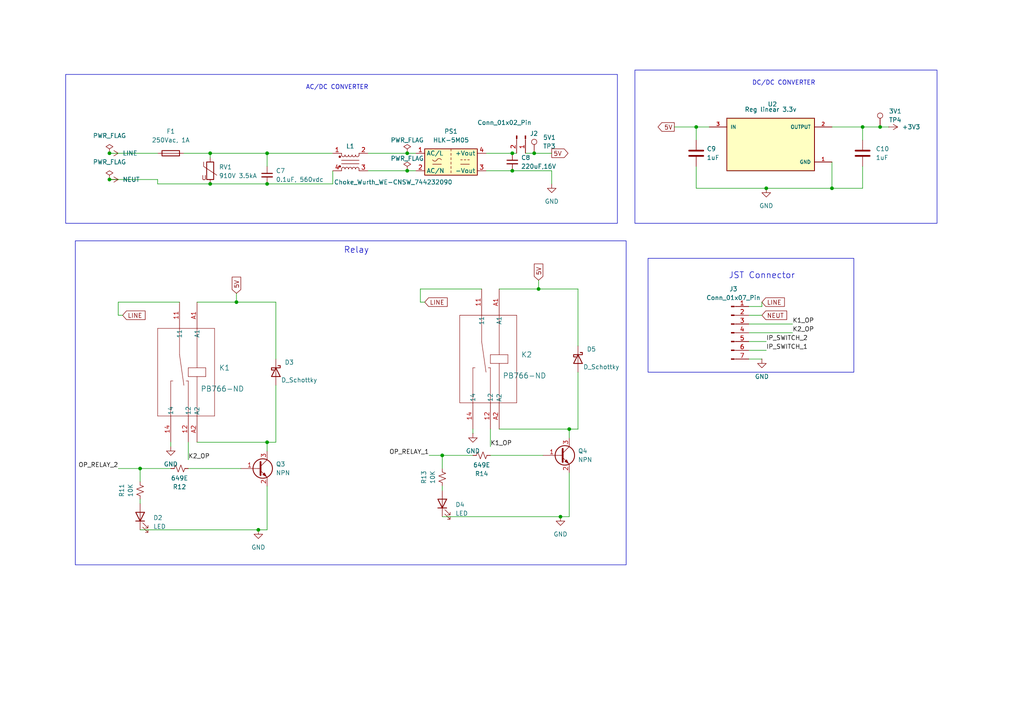
<source format=kicad_sch>
(kicad_sch (version 20231120) (generator "eeschema") (generator_version "8.0")
  (paper "A4")
  (lib_symbols
    (symbol "Connector:Conn_01x02_Pin" (pin_names (offset 1.016) hide)
      (property "Reference" "J" (at 0 2.54 0))
      (property "Value" "Conn_01x02_Pin" (at 0 -5.08 0))
      (symbol "Conn_01x02_Pin_1_1"
        (polyline (pts (xy 1.27 -2.54) (xy 0.8636 -2.54)) (stroke (width 0.1524)))
        (polyline (pts (xy 1.27 0) (xy 0.8636 0)) (stroke (width 0.1524)))
        (rectangle (start 0.8636 -2.413) (end 0 -2.667) (stroke (width 0.1524)) (fill (type outline)))
        (rectangle (start 0.8636 0.127) (end 0 -0.127) (stroke (width 0.1524)) (fill (type outline)))
        (pin passive line (at 5.08 0 180) (length 3.81) (name "Pin_1") (number "1"))
        (pin passive line (at 5.08 -2.54 180) (length 3.81) (name "Pin_2") (number "2"))
      )
    )
    (symbol "Connector:Conn_01x07_Pin" (pin_names (offset 1.016) hide)
      (property "Reference" "J" (at 0 10.16 0))
      (property "Value" "Conn_01x07_Pin" (at 0 -10.16 0))
      (symbol "Conn_01x07_Pin_1_1"
        (polyline (pts (xy 1.27 -7.62) (xy 0.8636 -7.62)) (stroke (width 0.1524)))
        (polyline (pts (xy 1.27 -5.08) (xy 0.8636 -5.08)) (stroke (width 0.1524)))
        (polyline (pts (xy 1.27 -2.54) (xy 0.8636 -2.54)) (stroke (width 0.1524)))
        (polyline (pts (xy 1.27 0) (xy 0.8636 0)) (stroke (width 0.1524)))
        (polyline (pts (xy 1.27 2.54) (xy 0.8636 2.54)) (stroke (width 0.1524)))
        (polyline (pts (xy 1.27 5.08) (xy 0.8636 5.08)) (stroke (width 0.1524)))
        (polyline (pts (xy 1.27 7.62) (xy 0.8636 7.62)) (stroke (width 0.1524)))
        (rectangle (start 0.8636 -7.493) (end 0 -7.747) (stroke (width 0.1524)) (fill (type outline)))
        (rectangle (start 0.8636 -4.953) (end 0 -5.207) (stroke (width 0.1524)) (fill (type outline)))
        (rectangle (start 0.8636 -2.413) (end 0 -2.667) (stroke (width 0.1524)) (fill (type outline)))
        (rectangle (start 0.8636 0.127) (end 0 -0.127) (stroke (width 0.1524)) (fill (type outline)))
        (rectangle (start 0.8636 2.667) (end 0 2.413) (stroke (width 0.1524)) (fill (type outline)))
        (rectangle (start 0.8636 5.207) (end 0 4.953) (stroke (width 0.1524)) (fill (type outline)))
        (rectangle (start 0.8636 7.747) (end 0 7.493) (stroke (width 0.1524)) (fill (type outline)))
        (pin passive line (at 5.08 7.62 180) (length 3.81) (name "Pin_1") (number "1"))
        (pin passive line (at 5.08 5.08 180) (length 3.81) (name "Pin_2") (number "2"))
        (pin passive line (at 5.08 2.54 180) (length 3.81) (name "Pin_3") (number "3"))
        (pin passive line (at 5.08 0 180) (length 3.81) (name "Pin_4") (number "4"))
        (pin passive line (at 5.08 -2.54 180) (length 3.81) (name "Pin_5") (number "5"))
        (pin passive line (at 5.08 -5.08 180) (length 3.81) (name "Pin_6") (number "6"))
        (pin passive line (at 5.08 -7.62 180) (length 3.81) (name "Pin_7") (number "7"))
      )
    )
    (symbol "Connector:TestPoint" (pin_numbers hide) (pin_names (offset 0.762) hide)
      (property "Reference" "TP" (at 0 6.858 0))
      (property "Value" "TestPoint" (at 0 5.08 0))
      (symbol "TestPoint_0_1"
        (circle (center 0 3.302) (radius 0.762))
      )
      (symbol "TestPoint_1_1"
        (pin passive line (at 0 0 90) (length 2.54) (name "1") (number "1"))
      )
    )
    (symbol "Converter_ACDC:HLK-5M05"
      (property "Reference" "PS" (at 0 5.08 0))
      (property "Value" "HLK-5M05" (at 0 -5.08 0))
      (symbol "HLK-5M05_0_1"
        (rectangle (start -7.62 3.81) (end 7.62 -3.81) (stroke (width 0.254)) (fill (type background)))
        (arc (start -5.334 0.635) (mid -4.699 0.2495) (end -4.064 0.635))
        (arc (start -2.794 0.635) (mid -3.429 1.0072) (end -4.064 0.635))
        (polyline (pts (xy -5.334 -0.635) (xy -2.794 -0.635)))
        (polyline (pts (xy 0 -2.54) (xy 0 -3.175)))
        (polyline (pts (xy 0 -1.27) (xy 0 -1.905)))
        (polyline (pts (xy 0 0) (xy 0 -0.635)))
        (polyline (pts (xy 0 1.27) (xy 0 0.635)))
        (polyline (pts (xy 0 2.54) (xy 0 1.905)))
        (polyline (pts (xy 0 3.81) (xy 0 3.175)))
        (polyline (pts (xy 2.794 -0.635) (xy 5.334 -0.635)))
        (polyline (pts (xy 2.794 0.635) (xy 3.302 0.635)))
        (polyline (pts (xy 3.81 0.635) (xy 4.318 0.635)))
        (polyline (pts (xy 4.826 0.635) (xy 5.334 0.635)))
      )
      (symbol "HLK-5M05_1_1"
        (pin power_in line (at -10.16 2.54 0) (length 2.54) (name "AC/L") (number "1"))
        (pin power_in line (at -10.16 -2.54 0) (length 2.54) (name "AC/N") (number "2"))
        (pin power_out line (at 10.16 -2.54 180) (length 2.54) (name "-Vout") (number "3"))
        (pin power_out line (at 10.16 2.54 180) (length 2.54) (name "+Vout") (number "4"))
      )
    )
    (symbol "Device:C" (pin_numbers hide) (pin_names (offset 0.254))
      (property "Reference" "C" (at 0.635 2.54 0))
      (property "Value" "C" (at 0.635 -2.54 0))
      (symbol "C_0_1"
        (polyline (pts (xy -2.032 -0.762) (xy 2.032 -0.762)) (stroke (width 0.508)))
        (polyline (pts (xy -2.032 0.762) (xy 2.032 0.762)) (stroke (width 0.508)))
      )
      (symbol "C_1_1"
        (pin passive line (at 0 3.81 270) (length 2.794) (name "~") (number "1"))
        (pin passive line (at 0 -3.81 90) (length 2.794) (name "~") (number "2"))
      )
    )
    (symbol "Device:C_Small" (pin_numbers hide) (pin_names (offset 0.254) hide)
      (property "Reference" "C" (at 0.254 1.778 0))
      (property "Value" "C_Small" (at 0.254 -2.032 0))
      (symbol "C_Small_0_1"
        (polyline (pts (xy -1.524 -0.508) (xy 1.524 -0.508)) (stroke (width 0.3302)))
        (polyline (pts (xy -1.524 0.508) (xy 1.524 0.508)) (stroke (width 0.3048)))
      )
      (symbol "C_Small_1_1"
        (pin passive line (at 0 2.54 270) (length 2.032) (name "~") (number "1"))
        (pin passive line (at 0 -2.54 90) (length 2.032) (name "~") (number "2"))
      )
    )
    (symbol "Device:D_Schottky" (pin_numbers hide) (pin_names (offset 1.016) hide)
      (property "Reference" "D" (at 0 2.54 0))
      (property "Value" "D_Schottky" (at 0 -2.54 0))
      (symbol "D_Schottky_0_1"
        (polyline (pts (xy 1.27 0) (xy -1.27 0)))
        (polyline (pts (xy 1.27 1.27) (xy 1.27 -1.27) (xy -1.27 0) (xy 1.27 1.27)) (stroke (width 0.254)))
        (polyline (pts (xy -1.905 0.635) (xy -1.905 1.27) (xy -1.27 1.27) (xy -1.27 -1.27) (xy -0.635 -1.27) (xy -0.635 -0.635)) (stroke (width 0.254)))
      )
      (symbol "D_Schottky_1_1"
        (pin passive line (at -3.81 0 0) (length 2.54) (name "K") (number "1"))
        (pin passive line (at 3.81 0 180) (length 2.54) (name "A") (number "2"))
      )
    )
    (symbol "Device:Fuse" (pin_numbers hide) (pin_names (offset 0))
      (property "Reference" "F" (at 2.032 0 90))
      (property "Value" "Fuse" (at -1.905 0 90))
      (symbol "Fuse_0_1"
        (rectangle (start -0.762 -2.54) (end 0.762 2.54) (stroke (width 0.254)))
        (polyline (pts (xy 0 2.54) (xy 0 -2.54)))
      )
      (symbol "Fuse_1_1"
        (pin passive line (at 0 3.81 270) (length 1.27) (name "~") (number "1"))
        (pin passive line (at 0 -3.81 90) (length 1.27) (name "~") (number "2"))
      )
    )
    (symbol "Device:LED" (pin_numbers hide) (pin_names (offset 1.016) hide)
      (property "Reference" "D" (at 0 2.54 0))
      (property "Value" "LED" (at 0 -2.54 0))
      (symbol "LED_0_1"
        (polyline (pts (xy -1.27 -1.27) (xy -1.27 1.27)) (stroke (width 0.254)))
        (polyline (pts (xy -1.27 0) (xy 1.27 0)))
        (polyline (pts (xy 1.27 -1.27) (xy 1.27 1.27) (xy -1.27 0) (xy 1.27 -1.27)) (stroke (width 0.254)))
        (polyline (pts (xy -3.048 -0.762) (xy -4.572 -2.286) (xy -3.81 -2.286) (xy -4.572 -2.286) (xy -4.572 -1.524)))
        (polyline (pts (xy -1.778 -0.762) (xy -3.302 -2.286) (xy -2.54 -2.286) (xy -3.302 -2.286) (xy -3.302 -1.524)))
      )
      (symbol "LED_1_1"
        (pin passive line (at -3.81 0 0) (length 2.54) (name "K") (number "1"))
        (pin passive line (at 3.81 0 180) (length 2.54) (name "A") (number "2"))
      )
    )
    (symbol "Device:R_Small_US" (pin_numbers hide) (pin_names (offset 0.254) hide)
      (property "Reference" "R" (at 0.762 0.508 0))
      (property "Value" "R_Small_US" (at 0.762 -1.016 0))
      (symbol "R_Small_US_1_1"
        (polyline (pts (xy 0 0) (xy 1.016 -0.381) (xy 0 -0.762) (xy -1.016 -1.143) (xy 0 -1.524)))
        (polyline (pts (xy 0 1.524) (xy 1.016 1.143) (xy 0 0.762) (xy -1.016 0.381) (xy 0 0)))
        (pin passive line (at 0 2.54 270) (length 1.016) (name "~") (number "1"))
        (pin passive line (at 0 -2.54 90) (length 1.016) (name "~") (number "2"))
      )
    )
    (symbol "Device:Varistor" (pin_numbers hide) (pin_names (offset 0))
      (property "Reference" "RV" (at 3.175 0 90))
      (property "Value" "Varistor" (at -3.175 0 90))
      (symbol "Varistor_0_0"
        (text "U" (at -1.778 -2.032 0) (effects (font (size 1.27 1.27))))
      )
      (symbol "Varistor_0_1"
        (rectangle (start -1.016 -2.54) (end 1.016 2.54) (stroke (width 0.254)))
        (polyline (pts (xy -1.905 2.54) (xy -1.905 1.27) (xy 1.905 -1.27)))
      )
      (symbol "Varistor_1_1"
        (pin passive line (at 0 3.81 270) (length 1.27) (name "~") (number "1"))
        (pin passive line (at 0 -3.81 90) (length 1.27) (name "~") (number "2"))
      )
    )
    (symbol "Filter:Choke_Wurth_WE-CNSW_744232090"
      (property "Reference" "L" (at 0 5.08 0))
      (property "Value" "Choke_Wurth_WE-CNSW_744232090" (at 0 -5.08 0))
      (symbol "Choke_Wurth_WE-CNSW_744232090_1_1"
        (circle (center -3.048 -1.27) (radius 0.254) (fill (type outline)))
        (circle (center -3.048 1.524) (radius 0.254) (fill (type outline)))
        (arc (start -2.54 2.032) (mid -2.032 1.5262) (end -1.524 2.032))
        (arc (start -1.524 -2.032) (mid -2.032 -1.5262) (end -2.54 -2.032))
        (arc (start -1.524 2.032) (mid -1.016 1.5262) (end -0.508 2.032))
        (arc (start -0.508 -2.032) (mid -1.016 -1.5262) (end -1.524 -2.032))
        (arc (start -0.508 2.032) (mid 0 1.5262) (end 0.508 2.032))
        (polyline (pts (xy -2.54 -2.032) (xy -2.54 -2.54)))
        (polyline (pts (xy -2.54 0.508) (xy 2.54 0.508)))
        (polyline (pts (xy -2.54 2.032) (xy -2.54 2.54)))
        (polyline (pts (xy 2.54 -2.032) (xy 2.54 -2.54)))
        (polyline (pts (xy 2.54 -0.508) (xy -2.54 -0.508)))
        (polyline (pts (xy 2.54 2.54) (xy 2.54 2.032)))
        (arc (start 0.508 -2.032) (mid 0 -1.5262) (end -0.508 -2.032))
        (arc (start 0.508 2.032) (mid 1.016 1.5262) (end 1.524 2.032))
        (arc (start 1.524 -2.032) (mid 1.016 -1.5262) (end 0.508 -2.032))
        (arc (start 1.524 2.032) (mid 2.032 1.5262) (end 2.54 2.032))
        (arc (start 2.54 -2.032) (mid 2.032 -1.5262) (end 1.524 -2.032))
        (pin passive line (at -5.08 2.54 0) (length 2.54) (name "") (number "1"))
        (pin passive line (at 5.08 2.54 180) (length 2.54) (name "") (number "2"))
        (pin passive line (at 5.08 -2.54 180) (length 2.54) (name "") (number "3"))
        (pin passive line (at -5.08 -2.54 0) (length 2.54) (name "") (number "4"))
      )
    )
    (symbol "PB766-ND:1415030-1" (pin_names (offset 0.254))
      (property "Reference" "K" (at 20.32 10.16 0))
      (property "Value" "1415030-1" (at 20.32 7.62 0))
      (symbol "1415030-1_0_1"
        (polyline (pts (xy 7.62 -11.43) (xy 33.02 -11.43)) (stroke (width 0.127)))
        (polyline (pts (xy 7.62 0) (xy 19.05 0)) (stroke (width 0.127)))
        (polyline (pts (xy 7.62 5.08) (xy 7.62 -11.43)) (stroke (width 0.127)))
        (polyline (pts (xy 15.24 -5.08) (xy 7.62 -5.08)) (stroke (width 0.127)))
        (polyline (pts (xy 19.05 -2.54) (xy 21.59 -2.54)) (stroke (width 0.127)))
        (polyline (pts (xy 19.05 2.54) (xy 19.05 -2.54)) (stroke (width 0.127)))
        (polyline (pts (xy 21.59 -2.54) (xy 21.59 2.54)) (stroke (width 0.127)))
        (polyline (pts (xy 21.59 0) (xy 33.02 0)) (stroke (width 0.127)))
        (polyline (pts (xy 21.59 2.54) (xy 19.05 2.54)) (stroke (width 0.127)))
        (polyline (pts (xy 22.86 -7.62) (xy 33.02 -7.62)) (stroke (width 0.127)))
        (polyline (pts (xy 22.86 -6.985) (xy 22.86 -7.62)) (stroke (width 0.127)))
        (polyline (pts (xy 22.86 -2.54) (xy 22.86 -3.175)) (stroke (width 0.127)))
        (polyline (pts (xy 24.13 -3.81) (xy 15.24 -5.08)) (stroke (width 0.127)))
        (polyline (pts (xy 33.02 -11.43) (xy 33.02 5.08)) (stroke (width 0.127)))
        (polyline (pts (xy 33.02 -2.54) (xy 22.86 -2.54)) (stroke (width 0.127)))
        (polyline (pts (xy 33.02 5.08) (xy 7.62 5.08)) (stroke (width 0.127)))
        (pin unspecified line (at 0 -5.08 0) (length 7.62) (name "11") (number "11"))
        (pin unspecified line (at 40.64 -2.54 180) (length 7.62) (name "12") (number "12"))
        (pin unspecified line (at 40.64 -7.62 180) (length 7.62) (name "14") (number "14"))
        (pin unspecified line (at 0 0 0) (length 7.62) (name "A1") (number "A1"))
        (pin unspecified line (at 40.64 0 180) (length 7.62) (name "A2") (number "A2"))
      )
    )
    (symbol "TLV1117LV33DCYR:TLV1117LV33DCYR" (pin_names (offset 1.016))
      (property "Reference" "U1" (at 0.508 11.684 0))
      (property "Value" "Reg linear 3.3v" (at 0 10.16 0))
      (symbol "TLV1117LV33DCYR_0_0"
        (rectangle (start -12.7 7.62) (end 12.7 -7.62) (stroke (width 0.254)) (fill (type background)))
        (pin power_in line (at 17.78 -5.08 180) (length 5.08) (name "GND") (number "1"))
        (pin input line (at -17.78 5.08 0) (length 5.08) (name "IN") (number "3"))
      )
      (symbol "TLV1117LV33DCYR_1_0"
        (pin power_in line (at 17.78 5.08 180) (length 5.08) (name "OUTPUT") (number "2"))
      )
    )
    (symbol "Transistor_BJT:MMBTA42" (pin_names (offset 0) hide)
      (property "Reference" "Q" (at 5.08 1.905 0))
      (property "Value" "MMBTA42" (at 5.08 0 0))
      (symbol "MMBTA42_0_1"
        (polyline (pts (xy 0 0) (xy 0.635 0)))
        (polyline (pts (xy 0.635 0.635) (xy 2.54 2.54)))
        (polyline (pts (xy 0.635 -0.635) (xy 2.54 -2.54) (xy 2.54 -2.54)))
        (polyline (pts (xy 0.635 1.905) (xy 0.635 -1.905) (xy 0.635 -1.905)) (stroke (width 0.508)))
        (polyline (pts (xy 1.27 -1.778) (xy 1.778 -1.27) (xy 2.286 -2.286) (xy 1.27 -1.778) (xy 1.27 -1.778)) (fill (type outline)))
        (circle (center 1.27 0) (radius 2.8194) (stroke (width 0.254)))
      )
      (symbol "MMBTA42_1_1"
        (pin input line (at -5.08 0 0) (length 5.08) (name "B") (number "1"))
        (pin passive line (at 2.54 -5.08 90) (length 2.54) (name "E") (number "2"))
        (pin passive line (at 2.54 5.08 270) (length 2.54) (name "C") (number "3"))
      )
    )
    (symbol "power:+3V3" (power) (pin_numbers hide) (pin_names (offset 0) hide)
      (property "Value" "+3V3" (at 0 3.556 0))
      (symbol "+3V3_0_1"
        (polyline (pts (xy -0.762 1.27) (xy 0 2.54)))
        (polyline (pts (xy 0 0) (xy 0 2.54)))
        (polyline (pts (xy 0 2.54) (xy 0.762 1.27)))
      )
      (symbol "+3V3_1_1"
        (pin power_in line (at 0 0 90) (length 0) (name "~") (number "1"))
      )
    )
    (symbol "power:GND" (power) (pin_numbers hide) (pin_names (offset 0) hide)
      (property "Value" "GND" (at 0 -3.81 0))
      (symbol "GND_0_1"
        (polyline (pts (xy 0 0) (xy 0 -1.27) (xy 1.27 -1.27) (xy 0 -2.54) (xy -1.27 -1.27) (xy 0 -1.27)))
      )
      (symbol "GND_1_1"
        (pin power_in line (at 0 0 270) (length 0) (name "~") (number "1"))
      )
    )
    (symbol "power:LINE" (power) (pin_numbers hide) (pin_names (offset 0) hide)
      (property "Value" "LINE" (at 0 3.556 0))
      (symbol "LINE_0_1"
        (polyline (pts (xy -0.762 1.27) (xy 0 2.54)))
        (polyline (pts (xy 0 0) (xy 0 2.54)))
        (polyline (pts (xy 0 2.54) (xy 0.762 1.27)))
      )
      (symbol "LINE_1_1"
        (pin power_in line (at 0 0 90) (length 0) (name "~") (number "1"))
      )
    )
    (symbol "power:NEUT" (power) (pin_numbers hide) (pin_names (offset 0) hide)
      (property "Value" "NEUT" (at 0 3.556 0))
      (symbol "NEUT_0_1"
        (polyline (pts (xy -0.762 1.27) (xy 0 2.54)))
        (polyline (pts (xy 0 0) (xy 0 2.54)))
        (polyline (pts (xy 0 2.54) (xy 0.762 1.27)))
      )
      (symbol "NEUT_1_1"
        (pin power_in line (at 0 0 90) (length 0) (name "~") (number "1"))
      )
    )
    (symbol "power:PWR_FLAG" (power) (pin_numbers hide) (pin_names (offset 0) hide)
      (property "Value" "PWR_FLAG" (at 0 3.81 0))
      (symbol "PWR_FLAG_0_0"
        (pin power_out line (at 0 0 90) (length 0) (name "~") (number "1"))
      )
      (symbol "PWR_FLAG_0_1"
        (polyline (pts (xy 0 0) (xy 0 1.27) (xy -1.016 1.905) (xy 0 2.54) (xy 1.016 1.905) (xy 0 1.27)))
      )
    )
  )
  (junction (at 241.3 54.61))
  (junction (at 222.25 54.61))
  (junction (at 118.11 44.45))
  (junction (at 201.93 36.83))
  (junction (at 77.47 128.27))
  (junction (at 40.64 135.89))
  (junction (at 68.58 87.63))
  (junction (at 74.93 153.67))
  (junction (at 162.56 149.86))
  (junction (at 77.47 44.45))
  (junction (at 31.75 52.07))
  (junction (at 255.27 36.83))
  (junction (at 148.59 49.53))
  (junction (at 154.94 44.45))
  (junction (at 31.75 44.45))
  (junction (at 148.59 44.45))
  (junction (at 165.1 124.46))
  (junction (at 156.21 83.82))
  (junction (at 118.11 49.53))
  (junction (at 250.19 36.83))
  (junction (at 60.96 44.45))
  (junction (at 60.96 53.34))
  (junction (at 77.47 53.34))
  (junction (at 128.27 132.08))
  (wire (pts (xy 34.29 91.44) (xy 35.56 91.44)))
  (wire (pts (xy 154.94 44.45) (xy 160.02 44.45)))
  (wire (pts (xy 60.96 53.34) (xy 77.47 53.34)))
  (wire (pts (xy 220.98 88.9) (xy 220.98 87.63)))
  (wire (pts (xy 255.27 36.83) (xy 257.81 36.83)))
  (wire (pts (xy 241.3 54.61) (xy 241.3 46.99)))
  (wire (pts (xy 128.27 132.08) (xy 128.27 135.89)))
  (wire (pts (xy 128.27 132.08) (xy 137.16 132.08)))
  (wire (pts (xy 217.17 104.14) (xy 220.98 104.14)))
  (wire (pts (xy 165.1 124.46) (xy 165.1 127)))
  (wire (pts (xy 160.02 49.53) (xy 160.02 53.34)))
  (wire (pts (xy 142.24 132.08) (xy 157.48 132.08)))
  (wire (pts (xy 201.93 48.26) (xy 201.93 54.61)))
  (wire (pts (xy 148.59 44.45) (xy 149.86 44.45)))
  (wire (pts (xy 250.19 48.26) (xy 250.19 54.61)))
  (wire (pts (xy 106.68 49.53) (xy 118.11 49.53)))
  (wire (pts (xy 60.96 44.45) (xy 77.47 44.45)))
  (wire (pts (xy 217.17 99.06) (xy 222.25 99.06)))
  (wire (pts (xy 250.19 36.83) (xy 250.19 40.64)))
  (wire (pts (xy 144.78 83.82) (xy 156.21 83.82)))
  (wire (pts (xy 128.27 149.86) (xy 162.56 149.86)))
  (wire (pts (xy 201.93 54.61) (xy 222.25 54.61)))
  (wire (pts (xy 217.17 96.52) (xy 229.87 96.52)))
  (wire (pts (xy 152.4 44.45) (xy 154.94 44.45)))
  (wire (pts (xy 34.29 87.63) (xy 52.07 87.63)))
  (wire (pts (xy 148.59 49.53) (xy 160.02 49.53)))
  (wire (pts (xy 77.47 128.27) (xy 77.47 130.81)))
  (wire (pts (xy 77.47 44.45) (xy 96.52 44.45)))
  (wire (pts (xy 217.17 93.98) (xy 229.87 93.98)))
  (wire (pts (xy 124.46 132.08) (xy 128.27 132.08)))
  (wire (pts (xy 53.34 44.45) (xy 60.96 44.45)))
  (wire (pts (xy 140.97 49.53) (xy 148.59 49.53)))
  (wire (pts (xy 45.72 52.07) (xy 45.72 53.34)))
  (wire (pts (xy 57.15 87.63) (xy 68.58 87.63)))
  (wire (pts (xy 31.75 52.07) (xy 45.72 52.07)))
  (wire (pts (xy 106.68 44.45) (xy 118.11 44.45)))
  (wire (pts (xy 57.15 128.27) (xy 77.47 128.27)))
  (wire (pts (xy 167.64 124.46) (xy 165.1 124.46)))
  (wire (pts (xy 80.01 111.76) (xy 80.01 128.27)))
  (wire (pts (xy 165.1 137.16) (xy 165.1 149.86)))
  (wire (pts (xy 40.64 144.78) (xy 40.64 146.05)))
  (wire (pts (xy 195.58 36.83) (xy 201.93 36.83)))
  (wire (pts (xy 118.11 44.45) (xy 120.65 44.45)))
  (wire (pts (xy 142.24 129.54) (xy 142.24 124.46)))
  (wire (pts (xy 77.47 140.97) (xy 77.47 153.67)))
  (wire (pts (xy 217.17 88.9) (xy 220.98 88.9)))
  (wire (pts (xy 167.64 83.82) (xy 167.64 100.33)))
  (wire (pts (xy 222.25 54.61) (xy 241.3 54.61)))
  (wire (pts (xy 144.78 124.46) (xy 165.1 124.46)))
  (wire (pts (xy 77.47 53.34) (xy 96.52 53.34)))
  (wire (pts (xy 121.92 87.63) (xy 123.19 87.63)))
  (wire (pts (xy 80.01 128.27) (xy 77.47 128.27)))
  (wire (pts (xy 121.92 87.63) (xy 121.92 83.82)))
  (wire (pts (xy 137.16 125.73) (xy 137.16 124.46)))
  (wire (pts (xy 128.27 140.97) (xy 128.27 142.24)))
  (wire (pts (xy 40.64 135.89) (xy 49.53 135.89)))
  (wire (pts (xy 45.72 53.34) (xy 60.96 53.34)))
  (wire (pts (xy 34.29 91.44) (xy 34.29 87.63)))
  (wire (pts (xy 250.19 54.61) (xy 241.3 54.61)))
  (wire (pts (xy 40.64 135.89) (xy 40.64 139.7)))
  (wire (pts (xy 40.64 153.67) (xy 74.93 153.67)))
  (wire (pts (xy 241.3 36.83) (xy 250.19 36.83)))
  (wire (pts (xy 96.52 53.34) (xy 96.52 49.53)))
  (wire (pts (xy 68.58 85.09) (xy 68.58 87.63)))
  (wire (pts (xy 217.17 101.6) (xy 222.25 101.6)))
  (wire (pts (xy 165.1 149.86) (xy 162.56 149.86)))
  (wire (pts (xy 118.11 49.53) (xy 120.65 49.53)))
  (wire (pts (xy 217.17 91.44) (xy 220.98 91.44)))
  (wire (pts (xy 77.47 153.67) (xy 74.93 153.67)))
  (wire (pts (xy 121.92 83.82) (xy 139.7 83.82)))
  (wire (pts (xy 201.93 36.83) (xy 205.74 36.83)))
  (wire (pts (xy 167.64 107.95) (xy 167.64 124.46)))
  (wire (pts (xy 156.21 83.82) (xy 167.64 83.82)))
  (wire (pts (xy 80.01 87.63) (xy 80.01 104.14)))
  (wire (pts (xy 31.75 44.45) (xy 45.72 44.45)))
  (wire (pts (xy 49.53 129.54) (xy 49.53 128.27)))
  (wire (pts (xy 68.58 87.63) (xy 80.01 87.63)))
  (wire (pts (xy 34.29 135.89) (xy 40.64 135.89)))
  (wire (pts (xy 54.61 128.27) (xy 54.61 133.35)))
  (wire (pts (xy 201.93 36.83) (xy 201.93 40.64)))
  (wire (pts (xy 156.21 81.28) (xy 156.21 83.82)))
  (wire (pts (xy 77.47 44.45) (xy 77.47 48.26)))
  (wire (pts (xy 250.19 36.83) (xy 255.27 36.83)))
  (wire (pts (xy 140.97 44.45) (xy 148.59 44.45)))
  (wire (pts (xy 60.96 44.45) (xy 60.96 45.72)))
  (wire (pts (xy 54.61 135.89) (xy 69.85 135.89)))
  (rectangle (start 184.15 20.32) (end 271.78 64.77))
  (rectangle (start 187.96 74.93) (end 247.65 107.95))
  (rectangle (start 21.844 69.85) (end 181.61 163.83))
  (rectangle (start 19.05 21.59) (end 179.07 64.77))
  (text "AC/DC CONVERTER" (at 97.79 25.4 0) (effects (font (size 1.27 1.27))))
  (text "Relay" (at 103.378 72.644 0) (effects (font (size 1.778 1.778))))
  (text "JST Connector" (at 220.98 80.01 0) (effects (font (size 1.778 1.778))))
  (text "DC/DC CONVERTER" (at 227.33 24.13 0) (effects (font (size 1.27 1.27))))
  (label "K1_OP" (at 229.87 93.98 0))
  (label "OP_RELAY_1" (at 124.46 132.08 180))
  (label "K1_OP" (at 142.24 129.54 0))
  (label "K2_OP" (at 54.61 133.35 0))
  (label "K2_OP" (at 229.87 96.52 0))
  (label "IP_SWITCH_1" (at 222.25 101.6 0))
  (label "OP_RELAY_2" (at 34.29 135.89 180))
  (label "IP_SWITCH_2" (at 222.25 99.06 0))
  (global_label "NEUT" (shape input) (at 220.98 91.44 0) (property "Intersheetrefs" "${INTERSHEET_REFS}" (effects (hide yes))))
  (global_label "5V" (shape output) (at 195.58 36.83 180) (property "Intersheetrefs" "${INTERSHEET_REFS}" (effects (hide yes))))
  (global_label "5V" (shape input) (at 68.58 85.09 90) (property "Intersheetrefs" "${INTERSHEET_REFS}" (effects (hide yes))))
  (global_label "LINE" (shape input) (at 220.98 87.63 0) (property "Intersheetrefs" "${INTERSHEET_REFS}" (effects (hide yes))))
  (global_label "LINE" (shape input) (at 35.56 91.44 0) (property "Intersheetrefs" "${INTERSHEET_REFS}" (effects (hide yes))))
  (global_label "LINE" (shape input) (at 123.19 87.63 0) (property "Intersheetrefs" "${INTERSHEET_REFS}" (effects (hide yes))))
  (global_label "5V" (shape input) (at 156.21 81.28 90) (property "Intersheetrefs" "${INTERSHEET_REFS}" (effects (hide yes))))
  (global_label "5V" (shape output) (at 160.02 44.45 0) (property "Intersheetrefs" "${INTERSHEET_REFS}" (effects (hide yes))))
  (symbol (lib_id "power:GND") (at 160.02 53.34 0) (unit 1)
    (property "Reference" "#PWR019" (effects (hide yes)))
    (property "Value" "GND" (at 160.02 58.42 0))
    (property "Description" "Power symbol creates a global label with name \"GND\" , ground" (effects (hide yes)))
  )
  (symbol (lib_id "Filter:Choke_Wurth_WE-CNSW_744232090") (at 101.6 46.99 0) (unit 1)
    (property "Reference" "L1" (at 101.6 42.418 0))
    (property "Value" "Choke_Wurth_WE-CNSW_744232090" (at 114.046 52.832 0))
    (property "Footprint" "footprient:CHOKE_RC212_SCN" (effects (hide yes)))
    (property "Datasheet" "https://www.we-online.com/components/products/datasheet/744232090.pdf" (effects (hide yes)))
    (property "Description" "Common mode choke, 370 mA, 125VDC, USB2.0, 111 nH" (effects (hide yes)))
  )
  (symbol (lib_id "Device:C") (at 201.93 44.45 0) (unit 1)
    (property "Reference" "C9" (at 204.978 43.1799 0) (effects (justify left)))
    (property "Value" "1uF" (at 204.978 45.7199 0) (effects (justify left)))
    (property "Footprint" "Capacitor_SMD:C_0603_1608Metric" (effects (hide yes)))
    (property "Description" "Unpolarized capacitor" (effects (hide yes)))
  )
  (symbol (lib_id "Device:Fuse") (at 49.53 44.45 90) (unit 1)
    (property "Reference" "F1" (at 49.53 38.1 90))
    (property "Value" "250Vac, 1A" (at 49.53 40.64 90))
    (property "Footprint" "Fuse:Fuse_Littelfuse_395Series" (effects (hide yes)))
    (property "Description" "Fuse" (effects (hide yes)))
  )
  (symbol (lib_id "Connector:TestPoint") (at 255.27 36.83 0) (unit 1)
    (property "Reference" "3V1" (at 257.81 32.2579 0) (effects (justify left)))
    (property "Value" "TP4" (at 257.81 34.7979 0) (effects (justify left)))
    (property "Footprint" "TestPoint:TestPoint_Pad_1.0x1.0mm" (effects (hide yes)))
    (property "Description" "test point" (effects (hide yes)))
  )
  (symbol (lib_id "power:GND") (at 222.25 54.61 0) (unit 1)
    (property "Reference" "#PWR022" (effects (hide yes)))
    (property "Value" "GND" (at 222.25 59.69 0))
    (property "Description" "Power symbol creates a global label with name \"GND\" , ground" (effects (hide yes)))
  )
  (symbol (lib_id "Device:LED") (at 128.27 146.05 90) (unit 1)
    (property "Reference" "D4" (at 132.08 146.3674 90) (effects (justify right)))
    (property "Value" "LED" (at 132.08 148.9074 90) (effects (justify right)))
    (property "Footprint" "LED_SMD:LED_0603_1608Metric" (effects (hide yes)))
    (property "Description" "Light emitting diode" (effects (hide yes)))
  )
  (symbol (lib_id "Transistor_BJT:MMBTA42") (at 74.93 135.89 0) (unit 1)
    (property "Reference" "Q3" (at 80.01 134.6199 0) (effects (justify left)))
    (property "Value" "NPN" (at 80.01 137.1599 0) (effects (justify left)))
    (property "Footprint" "Package_TO_SOT_SMD:SOT-23" (effects (hide yes)))
    (property "Datasheet" "https://www.onsemi.com/pub/Collateral/MMBTA42LT1-D.PDF" (effects (hide yes)))
    (property "Description" "0.5A Ic, 300V Vce, NPN High Voltage Transistor, SOT-23" (effects (hide yes)))
  )
  (symbol (lib_id "Device:R_Small_US") (at 128.27 138.43 180) (unit 1)
    (property "Reference" "R13" (at 122.936 138.43 90))
    (property "Value" "10K" (at 125.476 138.43 90))
    (property "Footprint" "footprient:RESC1608X55N" (effects (hide yes)))
    (property "Description" "Resistor, small US symbol" (effects (hide yes)))
  )
  (symbol (lib_id "Device:C_Small") (at 77.47 50.8 0) (unit 1)
    (property "Reference" "C7" (at 80.01 49.5362 0) (effects (justify left)))
    (property "Value" "0.1uF, 560vdc" (at 80.01 52.0762 0) (effects (justify left)))
    (property "Footprint" "footprient:CAP_R46KI310040H1M_KEM" (effects (hide yes)))
    (property "Description" "Unpolarized capacitor, small symbol" (effects (hide yes)))
  )
  (symbol (lib_id "power:PWR_FLAG") (at 118.11 44.45 0) (unit 1)
    (property "Reference" "#FLG03" (effects (hide yes)))
    (property "Value" "PWR_FLAG" (at 118.11 40.64 0))
    (property "Description" "Special symbol for telling ERC where power comes from" (effects (hide yes)))
  )
  (symbol (lib_id "Converter_ACDC:HLK-5M05") (at 130.81 46.99 0) (unit 1)
    (property "Reference" "PS1" (at 130.81 38.1 0))
    (property "Value" "HLK-5M05" (at 130.81 40.64 0))
    (property "Footprint" "Converter_ACDC:Converter_ACDC_Hi-Link_HLK-5Mxx" (effects (hide yes)))
    (property "Datasheet" "http://h.hlktech.com/download/ACDC%E7%94%B5%E6%BA%90%E6%A8%A1%E5%9D%975W%E7%B3%BB%E5%88%97/1/%E6%B5%B7%E5%87%8C%E7%A7%915W%E7%B3%BB%E5%88%97%E7%94%B5%E6%BA%90%E6%A8%A1%E5%9D%97%E8%A7%84%E6%A0%BC%E4%B9%A6V2.8.pdf" (effects (hide yes)))
    (property "Description" "Compact AC/DC board mount power module 5W, 5V 1A" (effects (hide yes)))
  )
  (symbol (lib_id "power:NEUT") (at 31.75 52.07 270) (unit 1)
    (property "Reference" "#PWR015" (effects (hide yes)))
    (property "Value" "NEUT" (at 35.56 52.0699 90) (effects (justify left)))
    (property "Description" "Power symbol creates a global label with name \"NEUT\"" (effects (hide yes)))
  )
  (symbol (lib_id "Device:LED") (at 40.64 149.86 90) (unit 1)
    (property "Reference" "D2" (at 44.45 150.1774 90) (effects (justify right)))
    (property "Value" "LED" (at 44.45 152.7174 90) (effects (justify right)))
    (property "Footprint" "LED_SMD:LED_0603_1608Metric" (effects (hide yes)))
    (property "Description" "Light emitting diode" (effects (hide yes)))
  )
  (symbol (lib_id "power:PWR_FLAG") (at 31.75 44.45 0) (unit 1)
    (property "Reference" "#FLG01" (effects (hide yes)))
    (property "Value" "PWR_FLAG" (at 31.75 39.37 0))
    (property "Description" "Special symbol for telling ERC where power comes from" (effects (hide yes)))
  )
  (symbol (lib_id "Transistor_BJT:MMBTA42") (at 162.56 132.08 0) (unit 1)
    (property "Reference" "Q4" (at 167.64 130.8099 0) (effects (justify left)))
    (property "Value" "NPN" (at 167.64 133.3499 0) (effects (justify left)))
    (property "Footprint" "Package_TO_SOT_SMD:SOT-23" (effects (hide yes)))
    (property "Datasheet" "https://www.onsemi.com/pub/Collateral/MMBTA42LT1-D.PDF" (effects (hide yes)))
    (property "Description" "0.5A Ic, 300V Vce, NPN High Voltage Transistor, SOT-23" (effects (hide yes)))
  )
  (symbol (lib_id "Connector:TestPoint") (at 154.94 44.45 0) (unit 1)
    (property "Reference" "5V1" (at 157.48 39.8779 0) (effects (justify left)))
    (property "Value" "TP3" (at 157.48 42.4179 0) (effects (justify left)))
    (property "Footprint" "TestPoint:TestPoint_Pad_1.0x1.0mm" (effects (hide yes)))
    (property "Description" "test point" (effects (hide yes)))
  )
  (symbol (lib_id "Device:Varistor") (at 60.96 49.53 0) (unit 1)
    (property "Reference" "RV1" (at 63.5 48.4532 0) (effects (justify left)))
    (property "Value" "910V 3.5kA" (at 63.5 50.9932 0) (effects (justify left)))
    (property "Footprint" "footprient:varistor" (effects (hide yes)))
    (property "Description" "Voltage dependent resistor" (effects (hide yes)))
    (property "Sim.Name" "kicad_builtin_varistor" (effects (hide yes)))
    (property "Sim.Device" "SUBCKT" (effects (hide yes)))
    (property "Sim.Pins" "1=A 2=B" (effects (hide yes)))
    (property "Sim.Params" "threshold=1k" (effects (hide yes)))
    (property "Sim.Library" "${KICAD7_SYMBOL_DIR}/Simulation_SPICE.sp" (effects (hide yes)))
  )
  (symbol (lib_id "power:GND") (at 162.56 149.86 0) (unit 1)
    (property "Reference" "#PWR020" (effects (hide yes)))
    (property "Value" "GND" (at 162.56 154.94 0))
    (property "Description" "Power symbol creates a global label with name \"GND\" , ground" (effects (hide yes)))
  )
  (symbol (lib_id "Device:R_Small_US") (at 40.64 142.24 180) (unit 1)
    (property "Reference" "R11" (at 35.306 142.24 90))
    (property "Value" "10K" (at 37.846 142.24 90))
    (property "Footprint" "footprient:RESC1608X55N" (effects (hide yes)))
    (property "Description" "Resistor, small US symbol" (effects (hide yes)))
  )
  (symbol (lib_id "TLV1117LV33DCYR:TLV1117LV33DCYR") (at 223.52 41.91 0) (unit 1)
    (property "Reference" "U2" (at 224.028 30.226 0))
    (property "Value" "Reg linear 3.3v" (at 223.52 31.75 0))
    (property "Footprint" "footprient:IC REG LINEAR 3.3V 1A SOT223-4" (effects (hide yes)))
    (property "DigiKey_Part_Number" "." (effects (hide yes)))
    (property "SnapEDA_Link" "." (effects (hide yes)))
    (property "MAXIMUM_PACKAGE_HEIGHT" "1.80 mm" (effects (hide yes)))
    (property "Package" "SOT-223-4 Texas Instruments" (effects (hide yes)))
    (property "Check_prices" "." (effects (hide yes)))
    (property "STANDARD" "IPC-7351B" (effects (hide yes)))
    (property "PARTREV" "." (effects (hide yes)))
    (property "MP" "." (effects (hide yes)))
    (property "Description_1" "\n1-A, low-dropout voltage regulator\n" (effects (hide yes)))
    (property "MANUFACTURER" "." (effects (hide yes)))
  )
  (symbol (lib_id "PB766-ND:1415030-1") (at 144.78 83.82 270) (unit 1)
    (property "Reference" "K2" (at 151.13 102.8699 90) (effects (font (size 1.524 1.524)) (justify left)))
    (property "Value" "PB766-ND" (at 145.796 108.966 90) (effects (font (size 1.524 1.524)) (justify left)))
    (property "Footprint" "footprient:RELAY5_1415030_TEC" (effects (hide yes)))
    (property "Datasheet" "1415030-1" (effects (hide yes)))
  )
  (symbol (lib_id "Connector:Conn_01x02_Pin") (at 152.4 39.37 270) (unit 1)
    (property "Reference" "J2" (at 153.67 38.7349 90) (effects (justify left)))
    (property "Value" "Conn_01x02_Pin" (at 138.43 35.56 90) (effects (justify left)))
    (property "Footprint" "footprient:CONN_61300211121_WRE" (effects (hide yes)))
    (property "Description" "Generic connector, single row, 01x02, script generated" (effects (hide yes)))
  )
  (symbol (lib_id "PB766-ND:1415030-1") (at 57.15 87.63 270) (unit 1)
    (property "Reference" "K1" (at 63.5 106.6799 90) (effects (font (size 1.524 1.524)) (justify left)))
    (property "Value" "PB766-ND" (at 58.166 112.776 90) (effects (font (size 1.524 1.524)) (justify left)))
    (property "Footprint" "footprient:RELAY5_1415030_TEC" (effects (hide yes)))
    (property "Datasheet" "1415030-1" (effects (hide yes)))
  )
  (symbol (lib_id "Device:D_Schottky") (at 80.01 107.95 270) (unit 1)
    (property "Reference" "D3" (at 82.55 105.0924 90) (effects (justify left)))
    (property "Value" "D_Schottky" (at 81.534 110.236 90) (effects (justify left)))
    (property "Footprint" "footprient:CR_POWERMITE_457-04_ONS" (effects (hide yes)))
    (property "Description" "Schottky diode" (effects (hide yes)))
  )
  (symbol (lib_id "Device:D_Schottky") (at 167.64 104.14 270) (unit 1)
    (property "Reference" "D5" (at 170.18 101.2824 90) (effects (justify left)))
    (property "Value" "D_Schottky" (at 169.164 106.426 90) (effects (justify left)))
    (property "Footprint" "footprient:CR_POWERMITE_457-04_ONS" (effects (hide yes)))
    (property "Description" "Schottky diode" (effects (hide yes)))
  )
  (symbol (lib_id "power:+3V3") (at 257.81 36.83 270) (unit 1)
    (property "Reference" "#PWR023" (effects (hide yes)))
    (property "Value" "+3V3" (at 261.62 36.8299 90) (effects (justify left)))
    (property "Description" "Power symbol creates a global label with name \"+3V3\"" (effects (hide yes)))
  )
  (symbol (lib_id "Device:C_Small") (at 148.59 46.99 0) (unit 1)
    (property "Reference" "C8" (at 151.13 45.7262 0) (effects (justify left)))
    (property "Value" "220uF,16V" (at 151.13 48.2662 0) (effects (justify left)))
    (property "Footprint" "smart2-1.1-Library:U2-K_NCH-M" (effects (hide yes)))
    (property "Description" "Unpolarized capacitor, small symbol" (effects (hide yes)))
  )
  (symbol (lib_id "Device:C") (at 250.19 44.45 0) (unit 1)
    (property "Reference" "C10" (at 254 43.1799 0) (effects (justify left)))
    (property "Value" "1uF" (at 254 45.7199 0) (effects (justify left)))
    (property "Footprint" "Capacitor_SMD:C_0603_1608Metric" (effects (hide yes)))
    (property "Description" "Unpolarized capacitor" (effects (hide yes)))
  )
  (symbol (lib_id "power:GND") (at 74.93 153.67 0) (unit 1)
    (property "Reference" "#PWR017" (effects (hide yes)))
    (property "Value" "GND" (at 74.93 158.75 0))
    (property "Description" "Power symbol creates a global label with name \"GND\" , ground" (effects (hide yes)))
  )
  (symbol (lib_id "Connector:Conn_01x07_Pin") (at 212.09 96.52 0) (unit 1)
    (property "Reference" "J3" (at 212.725 83.82 0))
    (property "Value" "Conn_01x07_Pin" (at 212.725 86.36 0))
    (property "Footprint" "footprient:CUI_TB001-500-07BE" (effects (hide yes)))
    (property "Description" "Generic connector, single row, 01x07, script generated" (effects (hide yes)))
  )
  (symbol (lib_id "power:GND") (at 220.98 104.14 0) (unit 1)
    (property "Reference" "#PWR021" (effects (hide yes)))
    (property "Value" "GND" (at 220.98 109.22 0))
    (property "Description" "Power symbol creates a global label with name \"GND\" , ground" (effects (hide yes)))
  )
  (symbol (lib_id "Device:R_Small_US") (at 139.7 132.08 270) (unit 1)
    (property "Reference" "R14" (at 139.7 137.414 90))
    (property "Value" "649E" (at 139.7 134.874 90))
    (property "Footprint" "Resistor_SMD:R_0603_1608Metric" (effects (hide yes)))
    (property "Description" "Resistor, small US symbol" (effects (hide yes)))
  )
  (symbol (lib_id "Device:R_Small_US") (at 52.07 135.89 270) (unit 1)
    (property "Reference" "R12" (at 52.07 141.224 90))
    (property "Value" "649E" (at 52.07 138.684 90))
    (property "Footprint" "Resistor_SMD:R_0603_1608Metric" (effects (hide yes)))
    (property "Description" "Resistor, small US symbol" (effects (hide yes)))
  )
  (symbol (lib_id "power:LINE") (at 31.75 44.45 270) (unit 1)
    (property "Reference" "#PWR014" (effects (hide yes)))
    (property "Value" "LINE" (at 35.56 44.4499 90) (effects (justify left)))
    (property "Description" "Power symbol creates a global label with name \"LINE\"" (effects (hide yes)))
  )
  (symbol (lib_id "power:GND") (at 49.53 129.54 0) (unit 1)
    (property "Reference" "#PWR016" (effects (hide yes)))
    (property "Value" "GND" (at 49.53 134.62 0))
    (property "Description" "Power symbol creates a global label with name \"GND\" , ground" (effects (hide yes)))
  )
  (symbol (lib_id "power:GND") (at 137.16 125.73 0) (unit 1)
    (property "Reference" "#PWR018" (effects (hide yes)))
    (property "Value" "GND" (at 137.16 130.81 0))
    (property "Description" "Power symbol creates a global label with name \"GND\" , ground" (effects (hide yes)))
  )
  (symbol (lib_id "power:PWR_FLAG") (at 118.11 49.53 0) (unit 1)
    (property "Reference" "#FLG04" (effects (hide yes)))
    (property "Value" "PWR_FLAG" (at 118.11 45.974 0))
    (property "Description" "Special symbol for telling ERC where power comes from" (effects (hide yes)))
  )
  (symbol (lib_id "power:PWR_FLAG") (at 31.75 52.07 0) (unit 1)
    (property "Reference" "#FLG02" (effects (hide yes)))
    (property "Value" "PWR_FLAG" (at 31.75 46.99 0))
    (property "Description" "Special symbol for telling ERC where power comes from" (effects (hide yes)))
  )
)
</source>
